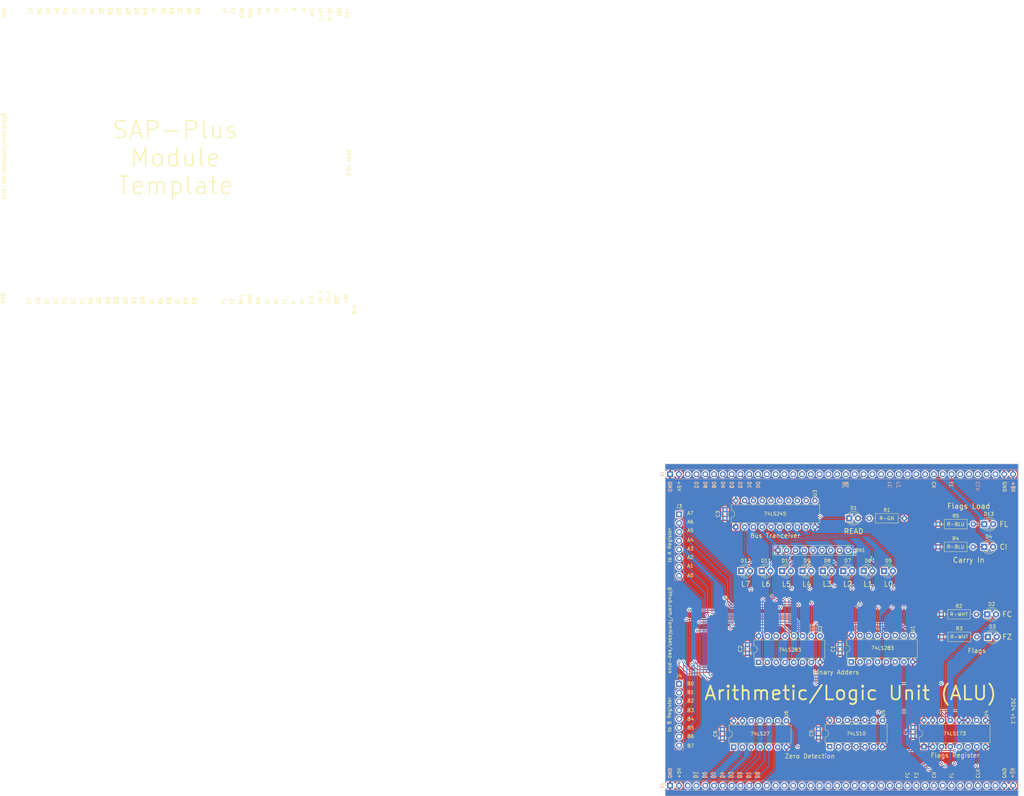
<source format=kicad_pcb>
(kicad_pcb (version 20240108) (generator "pcbnew") (generator_version "8.0")
  (title_block (title "SAP-Plus ALU") (date "2024-12-01") (rev "1.1") (company "github.com/TomNisbet/sap-plus"))
  (layers (0 "F.Cu" signal) (31 "B.Cu" signal) (34 "B.Paste" user) (35 "F.Paste" user) (36 "B.SilkS" user "B.Silkscreen") (37 "F.SilkS" user "F.Silkscreen") (38 "B.Mask" user) (39 "F.Mask" user) (44 "Edge.Cuts" user))
  (net 0 "")
  (net 1 "+5V")
  (net 2 "CLK")
  (net 3 "Net-(D1-A)")
  (net 4 "Net-(D2-K)")
  (net 5 "FL")
  (net 6 "Net-(D3-K)")
  (net 7 "Net-(D4-K)")
  (net 10 "FC")
  (net 11 "FZ")
  (net 13 "Net-(D6-K)")
  (net 14 "/L0")
  (net 15 "/L1")
  (net 16 "Net-(D7-K)")
  (net 17 "/L2")
  (net 18 "Net-(D8-K)")
  (net 20 "~{RL}")
  (net 21 "CX")
  (net 22 "D0")
  (net 23 "D1")
  (net 24 "D2")
  (net 25 "D3")
  (net 26 "D4")
  (net 27 "D5")
  (net 28 "D6")
  (net 29 "D7")
  (net 30 "GND")
  (net 31 "/L3")
  (net 33 "Net-(D9-K)")
  (net 34 "Net-(D10-K)")
  (net 35 "/L4")
  (net 36 "Net-(D11-K)")
  (net 37 "/L5")
  (net 38 "/L6")
  (net 39 "/L7")
  (net 46 "Net-(D12-K)")
  (net 47 "Net-(D5-K)")
  (net 84 "A1")
  (net 85 "A0")
  (net 86 "A7")
  (net 87 "A4")
  (net 88 "A3")
  (net 89 "A5")
  (net 90 "A6")
  (net 91 "A2")
  (net 92 "B0")
  (net 93 "B1")
  (net 94 "B5")
  (net 95 "B2")
  (net 96 "B4")
  (net 98 "B6")
  (net 99 "B7")
  (net 100 "B3")
  (net 101 "Net-(U1-C4)")
  (net 104 "Net-(U2-C4)")
  (net 105 "Net-(U4-D1)")
  (net 106 "Net-(U5-Pad13)")
  (net 107 "Net-(U5-Pad1)")
  (net 108 "Net-(U5-Pad2)")
  (net 109 "Net-(U4-E2)")
  (net 110 "Net-(U5-Pad10)")
  (net 111 "Net-(D13-K)")
  (footprint "LED_THT:LED_D3.0mm" (layer "F.Cu") (at 124.638571 74)
    (property "Reference" "D9")
    (property "Value" "L4")
  )
  (footprint "LED_THT:LED_D3.0mm" (layer "F.Cu") (at 118.745714 74)
    (property "Reference" "D10")
    (property "Value" "L5")
  )
  (footprint "LED_THT:LED_D3.0mm" (layer "F.Cu") (at 177.175 60.45)
    (property "Reference" "D13")
    (property "Value" "FL")
  )
  (footprint "Capacitor_THT:C_Disc_D3.0mm_W1.6mm_P2.50mm" (layer "F.Cu") (at 135.5 97.75 90)
    (property "Reference" "C1")
    (property "Value" "0.1uF")
  )
  (footprint "LED_THT:LED_D3.0mm" (layer "F.Cu") (at 130.531428 74)
    (property "Reference" "D8")
    (property "Value" "L3")
  )
  (footprint "Package_DIP:DIP-16_W7.62mm" (layer "F.Cu") (at 111.96 100.37 90)
    (property "Reference" "U2")
    (property "Value" "74LS283")
  )
  (footprint "Capacitor_THT:C_Disc_D3.0mm_W1.6mm_P2.50mm" (layer "F.Cu") (at 129.25 122.13 90)
    (property "Reference" "C5")
    (property "Value" "0.1uF")
  )
  (footprint "LED_THT:LED_D3.0mm" (layer "F.Cu") (at 112.852857 74)
    (property "Reference" "D11")
    (property "Value" "L6")
  )
  (footprint "Resistor_THT:R_Array_SIP9" (layer "F.Cu") (at 117.55 68)
    (property "Reference" "RN1")
    (property "Value" "R_Network08_US")
  )
  (footprint "LED_THT:LED_D3.0mm" (layer "F.Cu") (at 177.16 67)
    (property "Reference" "D4")
    (property "Value" "CI")
  )
  (footprint "LED_THT:LED_D3.0mm" (layer "F.Cu") (at 138.13 58.75)
    (property "Reference" "D1")
    (property "Value" "READ")
  )
  (footprint "Capacitor_THT:C_Disc_D3.0mm_W1.6mm_P2.50mm" (layer "F.Cu") (at 102.25 58.75 90)
    (property "Reference" "C3")
    (property "Value" "0.1uF")
  )
  (footprint "LED_THT:LED_D3.0mm" (layer "F.Cu") (at 178 86.5)
    (property "Reference" "D2")
    (property "Value" "FC")
  )
  (footprint "Package_DIP:DIP-14_W7.62mm" (layer "F.Cu") (at 104.76 124.88 90)
    (property "Reference" "U6")
    (property "Value" "74LS27")
  )
  (footprint "Package_DIP:DIP-14_W7.62mm" (layer "F.Cu") (at 132.51 124.75 90)
    (property "Reference" "U5")
    (property "Value" "74LS10")
  )
  (footprint "Capacitor_THT:C_Disc_D3.0mm_W1.6mm_P2.50mm" (layer "F.Cu") (at 101.5 122.25 90)
    (property "Reference" "C6")
    (property "Value" "0.1uF")
  )
  (footprint "Package_DIP:DIP-16_W7.62mm" (layer "F.Cu") (at 138.72 100.25 90)
    (property "Reference" "U1")
    (property "Value" "74LS283")
  )
  (footprint "Resistor_THT:R_Axial_DIN0207_L6.3mm_D2.5mm_P10.16mm_Horizontal" (layer "F.Cu") (at 164.84 93)
    (property "Reference" "R3")
    (property "Value" "R-WHT")
  )
  (footprint "Package_DIP:DIP-16_W7.62mm" (layer "F.Cu") (at 159.72 124.75 90)
    (property "Reference" "U4")
    (property "Value" "74LS173")
  )
  (footprint "Resistor_THT:R_Axial_DIN0207_L6.3mm_D2.5mm_P10.16mm_Horizontal" (layer "F.Cu") (at 143.92 58.75)
    (property "Reference" "R1")
    (property "Value" "R-GN")
  )
  (footprint "Resistor_THT:R_Axial_DIN0207_L6.3mm_D2.5mm_P10.16mm_Horizontal" (layer "F.Cu") (at 164.75 86.5)
    (property "Reference" "R2")
    (property "Value" "R-WHT")
  )
  (footprint "Resistor_THT:R_Axial_DIN0207_L6.3mm_D2.5mm_P10.16mm_Horizontal" (layer "F.Cu") (at 163.79 67)
    (property "Reference" "R4")
    (property "Value" "R-BLU")
  )
  (footprint "Package_DIP:DIP-20_W7.62mm" (layer "F.Cu") (at 105.39 61.25 90)
    (property "Reference" "U3")
    (property "Value" "74LS245")
  )
  (footprint "LED_THT:LED_D3.0mm" (layer "F.Cu") (at 136.424285 74)
    (property "Reference" "D7")
    (property "Value" "L2")
  )
  (footprint "Capacitor_THT:C_Disc_D3.0mm_W1.6mm_P2.50mm" (layer "F.Cu") (at 108.75 97.75 90)
    (property "Reference" "C2")
    (property "Value" "0.1uF")
  )
  (footprint "Resistor_THT:R_Axial_DIN0207_L6.3mm_D2.5mm_P10.16mm_Horizontal" (layer "F.Cu") (at 163.82 60.45)
    (property "Reference" "R5")
    (property "Value" "R-BLU")
  )
  (footprint "LED_THT:LED_D3.0mm" (layer "F.Cu") (at 142.317142 74)
    (property "Reference" "D6")
    (property "Value" "L1")
  )
  (footprint "Capacitor_THT:C_Disc_D3.0mm_W1.6mm_P2.50mm" (layer "F.Cu") (at 156.55 121.7 90)
    (property "Reference" "C4")
    (property "Value" "0.1uF")
  )
  (footprint "LED_THT:LED_D3.0mm" (layer "F.Cu") (at 178.21 93)
    (property "Reference" "D3")
    (property "Value" "FZ")
  )
  (footprint "LED_THT:LED_D3.0mm" (layer "F.Cu") (at 148.21 74)
    (property "Reference" "D5")
    (property "Value" "L0")
  )
  (footprint "LED_THT:LED_D3.0mm" (layer "F.Cu") (at 106.96 74)
    (property "Reference" "D12")
    (property "Value" "L7")
  )
  (footprint "Connector_PinHeader_2.54mm:PinHeader_1x40_P2.54mm_Vertical" (layer "B.Cu") (at 86.4 46 -90)
    (property "Reference" "J1")
    (property "Value" "Bus")
  )
  (footprint "Connector_PinHeader_2.54mm:PinHeader_1x08_P2.54mm_Vertical" (layer "B.Cu") (at 89 57.6 180)
    (property "Reference" "J3")
    (property "Value" "to A Register")
  )
  (footprint "Connector_PinHeader_2.54mm:PinHeader_1x40_P2.54mm_Vertical" (layer "B.Cu") (at 86.4 136 -90)
    (property "Reference" "J2")
    (property "Value" "Bus")
  )
  (footprint "Connector_PinHeader_2.54mm:PinHeader_1x08_P2.54mm_Vertical" (layer "B.Cu") (at 89 106.6 180)
    (property "Reference" "J4")
    (property "Value" "to B Register")
  )
  (gr_line (start 85 139) (end 85 43) (stroke (width 0.1)) (layer "Edge.Cuts"))
  (gr_line (start 85 43) (end 187 43) (stroke (width 0.1)) (layer "Edge.Cuts"))
  (gr_line (start 187 139) (end 85 139) (stroke (width 0.1)) (layer "Edge.Cuts"))
  (gr_line (start 187 43) (end 187 139) (stroke (width 0.1)) (layer "Edge.Cuts"))
  (gr_text "~{RL}" (at 137 48 90) (layer "B.SilkS") (effects (font (size 1 1)) (justify left mirror)))
  (gr_text "D7" (at 94 48 90) (layer "B.SilkS") (effects (font (size 1 1)) (justify left mirror)))
  (gr_text "D3" (at 104.2 48 90) (layer "B.SilkS") (effects (font (size 1 1)) (justify left mirror)))
  (gr_text "D2" (at 106.7 134 270) (layer "B.SilkS") (effects (font (size 1 1)) (justify left mirror)))
  (gr_text "D4" (at 101.7 134 270) (layer "B.SilkS") (effects (font (size 1 1)) (justify left mirror)))
  (gr_text "D1" (at 109.3 134 270) (layer "B.SilkS") (effects (font (size 1 1)) (justify left mirror)))
  (gr_text "D5" (at 99.1 48 90) (layer "B.SilkS") (effects (font (size 1 1)) (justify left mirror)))
  (gr_text "D6" (at 96.6 134 270) (layer "B.SilkS") (effects (font (size 1 1)) (justify left mirror)))
  (gr_text "+5V" (at 185.5 48 90) (layer "B.SilkS") (effects (font (size 1 1)) (justify left mirror)))
  (gr_text "D0" (at 111.8 48 90) (layer "B.SilkS") (effects (font (size 1 1)) (justify left mirror)))
  (gr_text "D0" (at 111.8 134 270) (layer "B.SilkS") (effects (font (size 1 1)) (justify left mirror)))
  (gr_text "CI" (at 162.6 134 270) (layer "B.SilkS") (effects (font (size 1 1)) (justify left mirror)))
  (gr_text "+5V" (at 185.5 134 270) (layer "B.SilkS") (effects (font (size 1 1)) (justify left mirror)))
  (gr_text "CI" (at 162.6 48 90) (layer "B.SilkS") (effects (font (size 1 1)) (justify left mirror)))
  (gr_text "FC" (at 149.9 48 90) (layer "B.SilkS") (effects (font (size 1 1)) (justify left mirror)))
  (gr_text "FZ" (at 152.4 48 90) (layer "B.SilkS") (effects (font (size 1 1)) (justify left mirror)))
  (gr_text "D4" (at 101.7 48 90) (layer "B.SilkS") (effects (font (size 1 1)) (justify left mirror)))
  (gr_text "GND" (at 86.4 48 90) (layer "B.SilkS") (effects (font (size 1 1)) (justify left mirror)))
  (gr_text "D7" (at 94 134 270) (layer "B.SilkS") (effects (font (size 1 1)) (justify left mirror)))
  (gr_text "FL" (at 167.7 48 90) (layer "B.SilkS") (effects (font (size 1 1)) (justify left mirror)))
  (gr_text "D5" (at 99.1 134 270) (layer "B.SilkS") (effects (font (size 1 1)) (justify left mirror)))
  (gr_text "CLK" (at 175.3 48 90) (layer "B.SilkS") (effects (font (size 1 1)) (justify left mirror)))
  (gr_text "D1" (at 109.3 48 90) (layer "B.SilkS") (effects (font (size 1 1)) (justify left mirror)))
  (gr_text "D2" (at 106.7 48 90) (layer "B.SilkS") (effects (font (size 1 1)) (justify left mirror)))
  (gr_text "D3" (at 104.2 134 270) (layer "B.SilkS") (effects (font (size 1 1)) (justify left mirror)))
  (gr_text "GND" (at 86.4 134 270) (layer "B.SilkS") (effects (font (size 1 1)) (justify left mirror)))
  (gr_text "D6" (at 96.6 48 90) (layer "B.SilkS") (effects (font (size 1 1)) (justify left mirror)))
  (gr_text "2024 v1.0" (at -6.4 -48 -90) (layer "F.SilkS") (effects (font (size 1 1)) (justify left)))
  (gr_text "MX0" (at -34.99 -3 90) (layer "F.SilkS") (effects (font (size 1 1)) (justify left)))
  (gr_text "~{WR}" (at -67.9 -89 270) (layer "F.SilkS") (effects (font (size 1 1)) (justify left)))
  (gr_text "FC" (at -42.59 -3 90) (layer "F.SilkS") (effects (font (size 1 1)) (justify left)))
  (gr_text "Flags" (at 175 97.75 0) (layer "F.SilkS") (effects (font (size 1.3 1.3) (thickness 0.17)) (justify bottom)))
  (gr_text "A7" (at 91.25 57.25 0) (layer "F.SilkS") (effects (font (size 1 1)) (justify left)))
  (gr_text "D7" (at 93.71 134 90) (layer "F.SilkS") (effects (font (size 1 1)) (justify left)))
  (gr_text "GND" (at -106.29 -3.3 90) (layer "F.SilkS") (effects (font (size 1 1)) (justify left)))
  (gr_text "A4" (at 91.25 65 0) (layer "F.SilkS") (effects (font (size 1 1)) (justify left)))
  (gr_text "~{WA}" (at -78.39 -3 90) (layer "F.SilkS") (effects (font (size 1 1)) (justify left)))
  (gr_text "~{RB}" (at -58.09 -3 90) (layer "F.SilkS") (effects (font (size 1 1)) (justify left)))
  (gr_text "+5V" (at -6.9 -89 270) (layer "F.SilkS") (effects (font (size 1 1)) (justify left)))
  (gr_text "MX0" (at -34.9 -89 270) (layer "F.SilkS") (effects (font (size 1 1)) (justify left)))
  (gr_text "B5" (at 91.25 119.25 0) (layer "F.SilkS") (effects (font (size 1 1)) (justify left)))
  (gr_text "B2" (at 91.25 111.5 0) (layer "F.SilkS") (effects (font (size 1 1)) (justify left)))
  (gr_text "Zero Detection" (at 126.75 128.25 0) (layer "F.SilkS") (effects (font (size 1.3 1.3) (thickness 0.17)) (justify bottom)))
  (gr_text "FZ" (at 157.6 134 90) (layer "F.SilkS") (effects (font (size 1 1)) (justify left)))
  (gr_text "${COMPANY}" (at 86.5 78.5 270) (layer "F.SilkS") (effects (font (size 1 1)) (justify left)))
  (gr_text "D0" (at -80.89 -3 90) (layer "F.SilkS") (effects (font (size 1 1)) (justify left)))
  (gr_text "~{RA}" (at -60.49 -3 90) (layer "F.SilkS") (effects (font (size 1 1)) (justify left)))
  (gr_text "A1" (at 91.25 72.5 0) (layer "F.SilkS") (effects (font (size 1 1)) (justify left)))
  (gr_text "CX" (at 162.6 48 270) (layer "F.SilkS") (effects (font (size 1 1)) (justify left)))
  (gr_text "D2" (at -85.99 -3 90) (layer "F.SilkS") (effects (font (size 1 1)) (justify left)))
  (gr_text "D5" (at -93.3 -89 270) (layer "F.SilkS") (effects (font (size 1 1)) (justify left)))
  (gr_text "PI" (at -19.6 -89 270) (layer "F.SilkS") (effects (font (size 1 1)) (justify left)))
  (gr_text "D3" (at -88.2 -89 270) (layer "F.SilkS") (effects (font (size 1 1)) (justify left)))
  (gr_text "GND" (at -106 -89 270) (layer "F.SilkS") (effects (font (size 1 1)) (justify left)))
  (gr_text "D0" (at -80.6 -89 270) (layer "F.SilkS") (effects (font (size 1 1)) (justify left)))
  (gr_text "Flags Load" (at 172.65 56.1 0) (layer "F.SilkS") (effects (font (size 1.5 1.5) (thickness 0.2)) (justify bottom)))
  (gr_text "~{WI}" (at -63.09 -3 90) (layer "F.SilkS") (effects (font (size 1 1)) (justify left)))
  (gr_text "+5V" (at 185.5 48 270) (layer "F.SilkS") (effects (font (size 1 1)) (justify left)))
  (gr_text "D0" (at 111.8 48 270) (layer "F.SilkS") (effects (font (size 1 1)) (justify left)))
  (gr_text "B7" (at 91.25 124.5 0) (layer "F.SilkS") (effects (font (size 1 1)) (justify left)))
  (gr_text "~{WB}" (at -75.79 -3 90) (layer "F.SilkS") (effects (font (size 1 1)) (justify left)))
  (gr_text "~{RST}" (at -9.5 -89 270) (layer "F.SilkS") (effects (font (size 1 1)) (justify left)))
  (gr_text "B4" (at 91.25 116.75 0) (layer "F.SilkS") (effects (font (size 1 1)) (justify left)))
  (gr_text "CI" (at -29.89 -3 90) (layer "F.SilkS") (effects (font (size 1 1)) (justify left)))
  (gr_text "PI" (at -19.69 -3 90) (layer "F.SilkS") (effects (font (size 1 1)) (justify left)))
  (gr_text "B1" (at 91.25 109 0) (layer "F.SilkS") (effects (font (size 1 1)) (justify left)))
  (gr_text "D7" (at -98.4 -89 270) (layer "F.SilkS") (effects (font (size 1 1)) (justify left)))
  (gr_text "FL" (at 167.6 48 270) (layer "F.SilkS") (effects (font (size 1 1)) (justify left)))
  (gr_text "D6" (at -96.09 -3 90) (layer "F.SilkS") (effects (font (size 1 1)) (justify left)))
  (gr_text "SAP-Plus\nModule\nTemplate" (at -56.5 -45.5 0) (layer "F.SilkS") (effects (font (size 5 5) (thickness 0.3))))
  (gr_text "D7" (at -98.69 -3 90) (layer "F.SilkS") (effects (font (size 1 1)) (justify left)))
  (gr_text "MA" (at -32.49 -3 90) (layer "F.SilkS") (effects (font (size 1 1)) (justify left)))
  (gr_text "D5" (at 99.1 48 270) (layer "F.SilkS") (effects (font (size 1 1)) (justify left)))
  (gr_text "~{RA}" (at -60.2 -89 270) (layer "F.SilkS") (effects (font (size 1 1)) (justify left)))
  (gr_text "Bus" (at -4.9 -1.5 90) (layer "F.SilkS") (effects (font (size 1 1))))
  (gr_text "D3" (at -88.49 -3 90) (layer "F.SilkS") (effects (font (size 1 1)) (justify left)))
  (gr_text "~{WM}" (at -65.69 -3 90) (layer "F.SilkS") (effects (font (size 1 1)) (justify left)))
  (gr_text "FC" (at 155 134 90) (layer "F.SilkS") (effects (font (size 1 1)) (justify left)))
  (gr_text "LD-C" (at -14.4 -89 270) (layer "F.SilkS") (effects (font (size 1 1)) (justify left)))
  (gr_text "CI" (at -29.8 -89 270) (layer "F.SilkS") (effects (font (size 1 1)) (justify left)))
  (gr_text "A5" (at 91.25 62.25 0) (layer "F.SilkS") (effects (font (size 1 1)) (justify left)))
  (gr_text "+5V" (at 89 47.8 270) (layer "F.SilkS") (effects (font (size 1 1)) (justify left)))
  (gr_text "A6" (at 91.25 59.75 0) (layer "F.SilkS") (effects (font (size 1 1)) (justify left)))
  (gr_text "D2" (at 106.41 134 90) (layer "F.SilkS") (effects (font (size 1 1)) (justify left)))
  (gr_text "B0" (at 91.25 106.5 0) (layer "F.SilkS") (effects (font (size 1 1)) (justify left)))
  (gr_text "D3" (at 104.2 48 270) (layer "F.SilkS") (effects (font (size 1 1)) (justify left)))
  (gr_text "~{RB}" (at -57.8 -89 270) (layer "F.SilkS") (effects (font (size 1 1)) (justify left)))
  (gr_text "CLK" (at -17.19 -3 90) (layer "F.SilkS") (effects (font (size 1 1)) (justify left)))
  (gr_text "+5V" (at 89 134 90) (layer "F.SilkS") (effects (font (size 1 1)) (justify left)))
  (gr_text "~{WR}" (at -68.19 -3 90) (layer "F.SilkS") (effects (font (size 1 1)) (justify left)))
  (gr_text "~{RL}" (at -55.4 -89 270) (layer "F.SilkS") (effects (font (size 1 1)) (justify left)))
  (gr_text "N" (at -22.2 -89 270) (layer "F.SilkS") (effects (font (size 1 1)) (justify left)))
  (gr_text "~{WP}" (at -70.4 -89 270) (layer "F.SilkS") (effects (font (size 1 1)) (justify left)))
  (gr_text "D4" (at 101.7 48 270) (layer "F.SilkS") (effects (font (size 1 1)) (justify left)))
  (gr_text "FZ" (at -40.09 -3 90) (layer "F.SilkS") (effects (font (size 1 1)) (justify left)))
  (gr_text "GND" (at 183 48 270) (layer "F.SilkS") (effects (font (size 1 1)) (justify left)))
  (gr_text "D1" (at 109.01 134 90) (layer "F.SilkS") (effects (font (size 1 1)) (justify left)))
  (gr_text "D2" (at -85.7 -89 270) (layer "F.SilkS") (effects (font (size 1 1)) (justify left)))
  (gr_text "CLK" (at -17.1 -89 270) (layer "F.SilkS") (effects (font (size 1 1)) (justify left)))
  (gr_text "D4" (at -90.7 -89 270) (layer "F.SilkS") (effects (font (size 1 1)) (justify left)))
  (gr_text "A3" (at 91.25 67.5 0) (layer "F.SilkS") (effects (font (size 1 1)) (justify left)))
  (gr_text "~{RR}" (at -50.4 -89 270) (layer "F.SilkS") (effects (font (size 1 1)) (justify left)))
  (gr_text "~{RR}" (at -50.69 -3 90) (layer "F.SilkS") (effects (font (size 1 1)) (justify left)))
  (gr_text "CX" (at 162.65 134 90) (layer "F.SilkS") (effects (font (size 1 1)) (justify left)))
  (gr_text "D6" (at 96.31 134 90) (layer "F.SilkS") (effects (font (size 1 1)) (justify left)))
  (gr_text "FL" (at -24.79 -3 90) (layer "F.SilkS") (effects (font (size 1 1)) (justify left)))
  (gr_text "~{WI}" (at -62.8 -89 270) (layer "F.SilkS") (effects (font (size 1 1)) (justify left)))
  (gr_text "D1" (at -83.1 -89 270) (layer "F.SilkS") (effects (font (size 1 1)) (justify left)))
  (gr_text "BI" (at -27.39 -3 90) (layer "F.SilkS") (effects (font (size 1 1)) (justify left)))
  (gr_text "2024 v${REVISION}" (at 185.5 110.500295 270) (layer "F.SilkS") (effects (font (size 1 1)) (justify left)))
  (gr_text "D2" (at 106.7 48 270) (layer "F.SilkS") (effects (font (size 1 1)) (justify left)))
  (gr_text "B6" (at 91.25 121.75 0) (layer "F.SilkS") (effects (font (size 1 1)) (justify left)))
  (gr_text "github.com/TomNisbet/sap-plus" (at -105.9 -58.5 270) (layer "F.SilkS") (effects (font (size 1 1)) (justify left)))
  (gr_text "N" (at -22.29 -3 90) (layer "F.SilkS") (effects (font (size 1 1)) (justify left)))
  (gr_text "~{WB}" (at -75.5 -89 270) (layer "F.SilkS") (effects (font (size 1 1)) (justify left)))
  (gr_text "GND" (at 183 134 90) (layer "F.SilkS") (effects (font (size 1 1)) (justify left)))
  (gr_text "Carry In" (at 172.65 71.7 0) (layer "F.SilkS") (effects (font (size 1.5 1.5) (thickness 0.2)) (justify bottom)))
  (gr_text "D5" (at 98.81 134 90) (layer "F.SilkS") (effects (font (size 1 1)) (justify left)))
  (gr_text "D1" (at 109.3 48 270) (layer "F.SilkS") (effects (font (size 1 1)) (justify left)))
  (gr_text "FL" (at -24.7 -89 270) (layer "F.SilkS") (effects (font (size 1 1)) (justify left)))
  (gr_text "FL" (at 167.75 134 90) (layer "F.SilkS") (effects (font (size 1 1)) (justify left)))
  (gr_text "D7" (at 94 48 270) (layer "F.SilkS") (effects (font (size 1 1)) (justify left)))
  (gr_text "~{WO}" (at -73 -89 270) (layer "F.SilkS") (effects (font (size 1 1)) (justify left)))
  (gr_text "B3" (at 91.25 114.25 0) (layer "F.SilkS") (effects (font (size 1 1)) (justify left)))
  (gr_text "Flags Register" (at 168.75 128 0) (layer "F.SilkS") (effects (font (size 1.3 1.3) (thickness 0.17)) (justify bottom)))
  (gr_text "D6" (at 96.6 48 270) (layer "F.SilkS") (effects (font (size 1 1)) (justify left)))
  (gr_text "MA" (at -32.4 -89 270) (layer "F.SilkS") (effects (font (size 1 1)) (justify left)))
  (gr_text "~{WO}" (at -73.29 -3 90) (layer "F.SilkS") (effects (font (size 1 1)) (justify left)))
  (gr_text "~{WP}" (at -70.69 -3 90) (layer "F.SilkS") (effects (font (size 1 1)) (justify left)))
  (gr_text "~{WA}" (at -78.1 -89 270) (layer "F.SilkS") (effects (font (size 1 1)) (justify left)))
  (gr_text "Arithmetic/Logic Unit (ALU)" (at 138.5 109.25 0) (layer "F.SilkS") (effects (font (size 4 4) (thickness 0.5))))
  (gr_text "~{RST}" (at -9.69 -3 90) (layer "F.SilkS") (effects (font (size 1 1)) (justify left)))
  (gr_text "GND" (at 86.4 134 90) (layer "F.SilkS") (effects (font (size 1 1)) (justify left)))
  (gr_text "~{RL}" (at -55.69 -3 90) (layer "F.SilkS") (effects (font (size 1 1)) (justify left)))
  (gr_text "LD-A" (at -12.19 -3 90) (layer "F.SilkS") (effects (font (size 1 1)) (justify left)))
  (gr_text "D1" (at -83.39 -3 90) (layer "F.SilkS") (effects (font (size 1 1)) (justify left)))
  (gr_text "D5" (at -93.59 -3 90) (layer "F.SilkS") (effects (font (size 1 1)) (justify left)))
  (gr_text "MX1" (at -37.4 -89 270) (layer "F.SilkS") (effects (font (size 1 1)) (justify left)))
  (gr_text "D4" (at 101.41 134 90) (layer "F.SilkS") (effects (font (size 1 1)) (justify left)))
  (gr_text "BI" (at -27.3 -89 270) (layer "F.SilkS") (effects (font (size 1 1)) (justify left)))
  (gr_text "A2" (at 91.25 70 0) (layer "F.SilkS") (effects (font (size 1 1)) (justify left)))
  (gr_text "D3" (at 103.91 134 90) (layer "F.SilkS") (effects (font (size 1 1)) (justify left)))
  (gr_text "FZ" (at -40 -89 270) (layer "F.SilkS") (effects (font (size 1 1)) (justify left)))
  (gr_text "D4" (at -90.99 -3 90) (layer "F.SilkS") (effects (font (size 1 1)) (justify left)))
  (gr_text "LD-A" (at -11.9 -89 270) (layer "F.SilkS") (effects (font (size 1 1)) (justify left)))
  (gr_text "+5V" (at 185.21 134 90) (layer "F.SilkS") (effects (font (size 1 1)) (justify left)))
  (gr_text "CLK" (at 175.35 134 90) (layer "F.SilkS") (effects (font (size 1 1)) (justify left)))
  (gr_text "D6" (at -95.8 -89 270) (layer "F.SilkS") (effects (font (size 1 1)) (justify left)))
  (gr_text "~{RP}" (at -52.9 -89 270) (layer "F.SilkS") (effects (font (size 1 1)) (justify left)))
  (gr_text "~{RL}" (at 137 48 270) (layer "F.SilkS") (effects (font (size 1 1)) (justify left)))
  (gr_text "FC" (at -42.5 -89 270) (layer "F.SilkS") (effects (font (size 1 1)) (justify left)))
  (gr_text "~{RP}" (at -53.19 -3 90) (layer "F.SilkS") (effects (font (size 1 1)) (justify left)))
  (gr_text "MX1" (at -37.49 -3 90) (layer "F.SilkS") (effects (font (size 1 1)) (justify left)))
  (gr_text "+5V" (at -7.19 -3 90) (layer "F.SilkS") (effects (font (size 1 1)) (justify left)))
  (gr_text "GND" (at 86.4 48 270) (layer "F.SilkS") (effects (font (size 1 1)) (justify left)))
  (gr_text "A0" (at 91.25 75.25 0) (layer "F.SilkS") (effects (font (size 1 1)) (justify left)))
  (gr_text "D0" (at 111.51 134 90) (layer "F.SilkS") (effects (font (size 1 1)) (justify left)))
  (gr_text "LD-C" (at -14.69 -3 90) (layer "F.SilkS") (effects (font (size 1 1)) (justify left)))
  (gr_text "Bus Tranceiver" (at 116.75 64.5 0) (layer "F.SilkS") (effects (font (size 1.3 1.3) (thickness 0.17)) (justify bottom)))
  (gr_text "Binary Adders" (at 134.25 104 0) (layer "F.SilkS") (effects (font (size 1.3 1.3) (thickness 0.17)) (justify bottom)))
  (gr_text "~{WM}" (at -65.4 -89 270) (layer "F.SilkS") (effects (font (size 1 1)) (justify left)))
  (segment (start 174.95 130.3) (end 174.95 130.95) (width 0.25) (layer "F.Cu") (net 2))
  (segment (start 175.3 131.3) (end 175.3 136) (width 0.25) (layer "F.Cu") (net 2))
  (segment (start 174.95 130.95) (end 175.3 131.3) (width 0.25) (layer "F.Cu") (net 2))
  (via (at 174.95 130.3) (size 0.8) (drill 0.4) (layers "F.Cu" "B.Cu") (net 2))
  (segment (start 174.96 129.1) (end 174.96 124.75) (width 0.25) (layer "B.Cu") (net 2))
  (segment (start 174.96 129.1) (end 174.96 130.29) (width 0.25) (layer "B.Cu") (net 2))
  (segment (start 174.96 130.29) (end 174.95 130.3) (width 0.25) (layer "B.Cu") (net 2))
  (segment (start 140.67 58.75) (end 143.92 58.75) (width 0.25) (layer "F.Cu") (net 3))
  (segment (start 174.91 86.5) (end 178 86.5) (width 0.25) (layer "F.Cu") (net 4))
  (segment (start 168.55 129.6) (end 167.68 130.47) (width 0.25) (layer "F.Cu") (net 5))
  (segment (start 168.525 125.875) (end 143.795 125.875) (width 0.25) (layer "F.Cu") (net 5))
  (segment (start 167.68 130.47) (end 167.68 136) (width 0.25) (layer "F.Cu") (net 5))
  (segment (start 137.59 124.75) (end 140.13 124.75) (width 0.25) (layer "F.Cu") (net 5))
  (segment (start 140.13 124.75) (end 142.67 124.75) (width 0.25) (layer "F.Cu") (net 5))
  (segment (start 143.795 125.875) (end 142.67 124.75) (width 0.25) (layer "F.Cu") (net 5))
  (segment (start 168.55 125.85) (end 168.525 125.875) (width 0.25) (layer "F.Cu") (net 5))
  (via (at 168.55 129.6) (size 0.8) (drill 0.4) (layers "F.Cu" "B.Cu") (net 5))
  (via (at 168.55 125.85) (size 0.8) (drill 0.4) (layers "F.Cu" "B.Cu") (net 5))
  (segment (start 167.68 46) (end 167.68 48.415) (width 0.25) (layer "B.Cu") (net 5))
  (segment (start 168.55 129.6) (end 168.55 125.85) (width 0.25) (layer "B.Cu") (net 5))
  (segment (start 167.68 48.415) (end 179.715 60.45) (width 0.25) (layer "B.Cu") (net 5))
  (segment (start 175 93) (end 178.21 93) (width 0.25) (layer "F.Cu") (net 6))
  (segment (start 173.95 67) (end 177.16 67) (width 0.25) (layer "F.Cu") (net 7))
  (segment (start 154.98 134.32) (end 154.98 136) (width 0.25) (layer "F.Cu") (net 10))
  (segment (start 164.8 129.6) (end 159.7 129.6) (width 0.25) (layer "F.Cu") (net 10))
  (segment (start 159.7 129.6) (end 154.98 134.32) (width 0.25) (layer "F.Cu") (net 10))
  (via (at 164.8 129.6) (size 0.8) (drill 0.4) (layers "F.Cu" "B.Cu") (net 10))
  (segment (start 174.375 91.875) (end 165.925 100.325) (width 0.25) (layer "B.Cu") (net 10))
  (segment (start 165.925 100.325) (end 165.925 123.625) (width 0.25) (layer "B.Cu") (net 10))
  (segment (start 180.54 86.5) (end 175.165 91.875) (width 0.25) (layer "B.Cu") (net 10))
  (segment (start 165.925 123.625) (end 164.8 124.75) (width 0.25) (layer "B.Cu") (net 10))
  (segment (start 164.8 129.6) (end 164.8 124.75) (width 0.25) (layer "B.Cu") (net 10))
  (segment (start 175.165 91.875) (end 174.375 91.875) (width 0.25) (layer "B.Cu") (net 10))
  (segment (start 165.775 130.325) (end 160.025 130.325) (width 0.25) (layer "F.Cu") (net 11))
  (segment (start 165.8 130.3) (end 165.775 130.325) (width 0.25) (layer "F.Cu") (net 11))
  (segment (start 157.52 132.83) (end 157.52 136) (width 0.25) (layer "F.Cu") (net 11))
  (segment (start 160.025 130.325) (end 157.52 132.83) (width 0.25) (layer "F.Cu") (net 11))
  (via (at 165.8 130.3) (size 0.8) (drill 0.4) (layers "F.Cu" "B.Cu") (net 11))
  (segment (start 168.75 123.34) (end 167.34 124.75) (width 0.25) (layer "B.Cu") (net 11))
  (segment (start 167.34 129.16) (end 167.34 124.75) (width 0.25) (layer "B.Cu") (net 11))
  (segment (start 168.75 105) (end 168.75 123.34) (width 0.25) (layer "B.Cu") (net 11))
  (segment (start 165.8 130.3) (end 166.2 130.3) (width 0.25) (layer "B.Cu") (net 11))
  (segment (start 166.2 130.3) (end 167.34 129.16) (width 0.25) (layer "B.Cu") (net 11))
  (segment (start 180.75 93) (end 168.75 105) (width 0.25) (layer "B.Cu") (net 11))
  (segment (start 141 69) (end 142.317142 70.317142) (width 0.25) (layer "F.Cu") (net 13))
  (segment (start 136.455 69.125) (end 140.875 69.125) (width 0.25) (layer "F.Cu") (net 13))
  (segment (start 140.875 69.125) (end 141 69) (width 0.25) (layer "F.Cu") (net 13))
  (segment (start 135.33 68) (end 136.455 69.125) (width 0.25) (layer "F.Cu") (net 13))
  (segment (start 142.317142 70.317142) (end 142.317142 74) (width 0.25) (layer "F.Cu") (net 13))
  (segment (start 150.75 84.25) (end 150.75 79) (width 0.25) (layer "F.Cu") (net 14))
  (segment (start 150.5 84.5) (end 150.75 84.25) (width 0.25) (layer "F.Cu") (net 14))
  (via (at 150.75 79) (size 0.8) (drill 0.4) (layers "F.Cu" "B.Cu") (net 14))
  (via (at 150.5 84.5) (size 0.8) (drill 0.4) (layers "F.Cu" "B.Cu") (net 14))
  (segment (start 150.75 70.25) (end 150.75 74) (width 0.25) (layer "B.Cu") (net 14))
  (segment (start 125.71 61.71) (end 127.5 63.5) (width 0.25) (layer "B.Cu") (net 14))
  (segment (start 127.5 63.5) (end 144 63.5) (width 0.25) (layer "B.Cu") (net 14))
  (segment (start 150.75 79) (end 150.75 74) (width 0.25) (layer "B.Cu") (net 14))
  (segment (start 125.71 61.25) (end 125.71 61.71) (width 0.25) (layer "B.Cu") (net 14))
  (segment (start 147.75 98.84) (end 146.34 100.25) (width 0.25) (layer "B.Cu") (net 14))
  (segment (start 150.5 84.5) (end 147.75 87.25) (width 0.25) (layer "B.Cu") (net 14))
  (segment (start 144 63.5) (end 150.75 70.25) (width 0.25) (layer "B.Cu") (net 14))
  (segment (start 147.75 87.25) (end 147.75 98.84) (width 0.25) (layer "B.Cu") (net 14))
  (segment (start 141.25 83.5) (end 141.25 82.582142) (width 0.25) (layer "F.Cu") (net 15))
  (segment (start 141.25 82.582142) (end 144.857142 78.975) (width 0.25) (layer "F.Cu") (net 15))
  (via (at 141.25 83.5) (size 0.8) (drill 0.4) (layers "F.Cu" "B.Cu") (net 15))
  (via (at 144.857142 78.975) (size 0.8) (drill 0.4) (layers "F.Cu" "B.Cu") (net 15))
  (segment (start 125.45 63.95) (end 140.95 63.95) (width 0.25) (layer "B.Cu") (net 15))
  (segment (start 144.857142 78.975) (end 144.857142 74) (width 0.25) (layer "B.Cu") (net 15))
  (segment (start 123.17 61.25) (end 123.17 61.67) (width 0.25) (layer "B.Cu") (net 15))
  (segment (start 144.857142 67.857142) (end 144.857142 74) (width 0.25) (layer "B.Cu") (net 15))
  (segment (start 141.25 83.5) (end 140 84.75) (width 0.25) (layer "B.Cu") (net 15))
  (segment (start 140 84.75) (end 140 100.02) (width 0.25) (layer "B.Cu") (net 15))
  (segment (start 123.17 61.67) (end 125.45 63.95) (width 0.25) (layer "B.Cu") (net 15))
  (segment (start 140 100.02) (end 139.77 100.25) (width 0.25) (layer "B.Cu") (net 15))
  (segment (start 139.77 100.25) (end 138.72 100.25) (width 0.25) (layer "B.Cu") (net 15))
  (segment (start 140.95 63.95) (end 144.857142 67.857142) (width 0.25) (layer "B.Cu") (net 15))
  (segment (start 132.79 68) (end 132.79 70.365715) (width 0.25) (layer "F.Cu") (net 16))
  (segment (start 132.79 70.365715) (end 136.424285 74) (width 0.25) (layer "F.Cu") (net 16))
  (segment (start 140.75 84.5) (end 146.5 84.5) (width 0.25) (layer "F.Cu") (net 17))
  (segment (start 138.964285 82.714285) (end 140.75 84.5) (width 0.25) (layer "F.Cu") (net 17))
  (segment (start 138.964285 79) (end 138.964285 82.714285) (width 0.25) (layer "F.Cu") (net 17))
  (via (at 146.5 84.5) (size 0.8) (drill 0.4) (layers "F.Cu" "B.Cu") (net 17))
  (via (at 138.964285 79) (size 0.8) (drill 0.4) (layers "F.Cu" "B.Cu") (net 17))
  (segment (start 138.964285 79) (end 138.964285 74) (width 0.25) (layer "B.Cu") (net 17))
  (segment (start 146.34 84.66) (end 146.5 84.5) (width 0.25) (layer "B.Cu") (net 17))
  (segment (start 123.15 64.4) (end 137.4 64.4) (width 0.25) (layer "B.Cu") (net 17))
  (segment (start 120.63 61.25) (end 120.63 61.88) (width 0.25) (layer "B.Cu") (net 17))
  (segment (start 137.4 64.4) (end 139.75 66.75) (width 0.25) (layer "B.Cu") (net 17))
  (segment (start 120.63 61.88) (end 123.15 64.4) (width 0.25) (layer "B.Cu") (net 17))
  (segment (start 139.75 66.75) (end 139.75 73.214285) (width 0.25) (layer "B.Cu") (net 17))
  (segment (start 146.34 92.63) (end 146.34 84.66) (width 0.25) (layer "B.Cu") (net 17))
  (segment (start 139.75 73.214285) (end 138.964285 74) (width 0.25) (layer "B.Cu") (net 17))
  (segment (start 130.25 73.718572) (end 130.531428 74) (width 0.25) (layer "F.Cu") (net 18))
  (segment (start 130.25 68) (end 130.25 73.718572) (width 0.25) (layer "F.Cu") (net 18))
  (segment (start 107.93 53.63) (end 112.55 58.25) (width 0.25) (layer "F.Cu") (net 20))
  (segment (start 112.55 58.25) (end 129.75 58.25) (width 0.25) (layer "F.Cu") (net 20))
  (segment (start 138.13 50.15) (end 142.28 46) (width 0.25) (layer "F.Cu") (net 20))
  (segment (start 138.13 58.75) (end 138.13 50.15) (width 0.25) (layer "F.Cu") (net 20))
  (via (at 129.75 58.25) (size 0.8) (drill 0.4) (layers "F.Cu" "B.Cu") (net 20))
  (segment (start 130.25 58.75) (end 138.13 58.75) (width 0.25) (layer "B.Cu") (net 20))
  (segment (start 129.75 58.25) (end 130.25 58.75) (width 0.25) (layer "B.Cu") (net 20))
  (segment (start 161.15 131.35) (end 162.6 132.8) (width 0.25) (layer "F.Cu") (net 21))
  (segment (start 162.6 132.8) (end 162.6 136) (width 0.25) (layer "F.Cu") (net 21))
  (via (at 161.15 131.35) (size 0.8) (drill 0.4) (layers "F.Cu" "B.Cu") (net 21))
  (segment (start 153.96 124.16) (end 153.96 100.25) (width 0.25) (layer "B.Cu") (net 21))
  (segment (start 162.6 46) (end 175.105 58.505) (width 0.25) (layer "B.Cu") (net 21))
  (segment (start 175.105 62.405) (end 179.7 67) (width 0.25) (layer "B.Cu") (net 21))
  (segment (start 161.15 131.35) (end 153.96 124.16) (width 0.25) (layer "B.Cu") (net 21))
  (segment (start 175.105 58.505) (end 175.105 62.405) (width 0.25) (layer "B.Cu") (net 21))
  (segment (start 128.25 53.25) (end 128.25 53.63) (width 0.25) (layer "F.Cu") (net 22))
  (segment (start 124 49) (end 128.25 53.25) (width 0.25) (layer "F.Cu") (net 22))
  (segment (start 111.8 46) (end 114.8 49) (width 0.25) (layer "F.Cu") (net 22))
  (segment (start 114.8 49) (end 124 49) (width 0.25) (layer "F.Cu") (net 22))
  (segment (start 116.335 118.385) (end 117.46 117.26) (width 0.25) (layer "B.Cu") (net 22))
  (segment (start 116.335 131.465) (end 116.335 118.385) (width 0.25) (layer "B.Cu") (net 22))
  (segment (start 111.8 136) (end 116.335 131.465) (width 0.25) (layer "B.Cu") (net 22))
  (segment (start 109.26 46) (end 112.76 49.5) (width 0.25) (layer "F.Cu") (net 23))
  (segment (start 125.71 53.42) (end 125.71 53.63) (width 0.25) (layer "F.Cu") (net 23))
  (segment (start 112.76 49.5) (end 121.79 49.5) (width 0.25) (layer "F.Cu") (net 23))
  (segment (start 121.79 49.5) (end 125.71 53.42) (width 0.25) (layer "F.Cu") (net 23))
  (segment (start 109.26 136) (end 114.92 130.34) (width 0.25) (layer "B.Cu") (net 23))
  (segment (start 114.92 130.34) (end 114.92 124.88) (width 0.25) (layer "B.Cu") (net 23))
  (segment (start 123.17 53.15) (end 123.17 53.63) (width 0.25) (layer "F.Cu") (net 24))
  (segment (start 110.67 49.95) (end 119.97 49.95) (width 0.25) (layer "F.Cu") (net 24))
  (segment (start 106.72 46) (end 110.67 49.95) (width 0.25) (layer "F.Cu") (net 24))
  (segment (start 119.97 49.95) (end 123.17 53.15) (width 0.25) (layer "F.Cu") (net 24))
  (segment (start 106.72 136) (end 113.75 128.97) (width 0.25) (layer "B.Cu") (net 24))
  (segment (start 113.75 128.97) (end 113.75 126.25) (width 0.25) (layer "B.Cu") (net 24))
  (segment (start 113.75 126.47) (end 113.75 118.43) (width 0.25) (layer "B.Cu") (net 24))
  (segment (start 113.75 118.43) (end 114.92 117.26) (width 0.25) (layer "B.Cu") (net 24))
  (segment (start 108.58 50.4) (end 118.15 50.4) (width 0.25) (layer "F.Cu") (net 25))
  (segment (start 120.63 52.88) (end 120.63 53.63) (width 0.25) (layer "F.Cu") (net 25))
  (segment (start 118.15 50.4) (end 120.63 52.88) (width 0.25) (layer "F.Cu") (net 25))
  (segment (start 104.18 46) (end 108.58 50.4) (width 0.25) (layer "F.Cu") (net 25))
  (segment (start 112.38 127.8) (end 112.38 124.88) (width 0.25) (layer "B.Cu") (net 25))
  (segment (start 112.38 125.3) (end 112.38 124.88) (width 0.25) (layer "B.Cu") (net 25))
  (segment (start 104.18 136) (end 112.38 127.8) (width 0.25) (layer "B.Cu") (net 25))
  (segment (start 116.1 50.85) (end 118.09 52.84) (width 0.25) (layer "F.Cu") (net 26))
  (segment (start 106.35 50.85) (end 116.1 50.85) (width 0.25) (layer "F.Cu") (net 26))
  (segment (start 101.64 46.14) (end 106.35 50.85) (width 0.25) (layer "F.Cu") (net 26))
  (segment (start 118.09 52.84) (end 118.09 53.63) (width 0.25) (layer "F.Cu") (net 26))
  (segment (start 101.64 46) (end 101.64 46.14) (width 0.25) (layer "F.Cu") (net 26))
  (segment (start 101.64 136) (end 102.815 134.825) (width 0.25) (layer "B.Cu") (net 26))
  (segment (start 103.985991 134.825) (end 111.25 127.560991) (width 0.25) (layer "B.Cu") (net 26))
  (segment (start 102.815 134.825) (end 103.985991 134.825) (width 0.25) (layer "B.Cu") (net 26))
  (segment (start 111.25 118.39) (end 112.38 117.26) (width 0.25) (layer "B.Cu") (net 26))
  (segment (start 111.25 127.560991) (end 111.25 125) (width 0.25) (layer "B.Cu") (net 26))
  (segment (start 111.25 125.060991) (end 111.25 118.39) (width 0.25) (layer "B.Cu") (net 26))
  (segment (start 99.25 46) (end 104.55 51.3) (width 0.25) (layer "F.Cu") (net 27))
  (segment (start 99.1 46) (end 99.25 46) (width 0.25) (layer "F.Cu") (net 27))
  (segment (start 104.55 51.3) (end 114.135 51.3) (width 0.25) (layer "F.Cu") (net 27))
  (segment (start 114.135 51.3) (end 115.55 52.715) (width 0.25) (layer "F.Cu") (net 27))
  (segment (start 115.55 52.715) (end 115.55 53.63) (width 0.25) (layer "F.Cu") (net 27))
  (segment (start 109.84 127.38) (end 109.84 124.88) (width 0.25) (layer "B.Cu") (net 27))
  (segment (start 109.84 125.3) (end 109.84 124.88) (width 0.25) (layer "B.Cu") (net 27))
  (segment (start 99.1 136) (end 100.725 134.375) (width 0.25) (layer "B.Cu") (net 27))
  (segment (start 100.725 134.375) (end 102.845 134.375) (width 0.25) (layer "B.Cu") (net 27))
  (segment (start 102.845 134.375) (end 109.84 127.38) (width 0.25) (layer "B.Cu") (net 27))
  (segment (start 99.5 49) (end 102.25 51.75) (width 0.25) (layer "F.Cu") (net 28))
  (segment (start 96.56 46) (end 99.5 48.94) (width 0.25) (layer "F.Cu") (net 28))
  (segment (start 99.5 48.94) (end 99.5 49) (width 0.25) (layer "F.Cu") (net 28))
  (segment (start 111.75 51.75) (end 113.01 53.01) (width 0.25) (layer "F.Cu") (net 28))
  (segment (start 102.25 51.75) (end 111.75 51.75) (width 0.25) (layer "F.Cu") (net 28))
  (segment (start 113.01 53.01) (end 113.01 53.63) (width 0.25) (layer "F.Cu") (net 28))
  (segment (start 98.635 133.925) (end 100.755 133.925) (width 0.25) (layer "B.Cu") (net 28))
  (segment (start 96.56 136) (end 98.635 133.925) (width 0.25) (layer "B.Cu") (net 28))
  (segment (start 100.755 133.925) (end 107.3 127.38) (width 0.25) (layer "B.Cu") (net 28))
  (segment (start 107.3 127.38) (end 107.3 124.88) (width 0.25) (layer "B.Cu") (net 28))
  (segment (start 100.27 52.25) (end 109.795 52.25) (width 0.25) (layer "F.Cu") (net 29))
  (segment (start 109.795 52.25) (end 110.47 52.925) (width 0.25) (layer "F.Cu") (net 29))
  (segment (start 94.02 46) (end 100.27 52.25) (width 0.25) (layer "F.Cu") (net 29))
  (segment (start 110.47 52.925) (end 110.47 53.63) (width 0.25) (layer "F.Cu") (net 29))
  (segment (start 94.51 136) (end 104.76 125.75) (width 0.25) (layer "B.Cu") (net 29))
  (segment (start 104.76 125.75) (end 104.76 124.88) (width 0.25) (layer "B.Cu") (net 29))
  (segment (start 94.02 136) (end 94.51 136) (width 0.25) (layer "B.Cu") (net 29))
  (segment (start 153.96 80.96) (end 151.25 78.25) (width 0.25) (layer "F.Cu") (net 31))
  (segment (start 153.96 84.5) (end 153.96 80.96) (width 0.25) (layer "F.Cu") (net 31))
  (segment (start 151.25 78.25) (end 133.75 78.25) (width 0.25) (layer "F.Cu") (net 31))
  (via (at 153.96 84.5) (size 0.8) (drill 0.4) (layers "F.Cu" "B.Cu") (net 31))
  (via (at 133.75 78.25) (size 0.8) (drill 0.4) (layers "F.Cu" "B.Cu") (net 31))
  (segment (start 133.75 78.25) (end 133.071428 77.571428) (width 0.25) (layer "B.Cu") (net 31))
  (segment (start 121.6 64.85) (end 132.35 64.85) (width 0.25) (layer "B.Cu") (net 31))
  (segment (start 132.35 64.85) (end 134 66.5) (width 0.25) (layer "B.Cu") (net 31))
  (segment (start 133.071428 77.571428) (end 133.071428 74) (width 0.25) (layer "B.Cu") (net 31))
  (segment (start 119.375 62.625) (end 121.6 64.85) (width 0.25) (layer "B.Cu") (net 31))
  (segment (start 153.96 84.5) (end 153.96 92.63) (width 0.25) (layer "B.Cu") (net 31))
  (segment (start 134 66.5) (end 134 73.071428) (width 0.25) (layer "B.Cu") (net 31))
  (segment (start 134 73.071428) (end 133.071428 74) (width 0.25) (layer "B.Cu") (net 31))
  (segment (start 118.09 61.25) (end 119.375 62.535) (width 0.25) (layer "B.Cu") (net 31))
  (segment (start 119.375 62.535) (end 119.375 62.625) (width 0.25) (layer "B.Cu") (net 31))
  (segment (start 127.71 70.928571) (end 124.638571 74) (width 0.25) (layer "F.Cu") (net 33))
  (segment (start 127.71 68) (end 127.71 70.928571) (width 0.25) (layer "F.Cu") (net 33))
  (segment (start 119.17 74) (end 118.745714 74) (width 0.25) (layer "F.Cu") (net 34))
  (segment (start 125.17 68) (end 119.17 74) (width 0.25) (layer "F.Cu") (net 34))
  (segment (start 121.5 82.25) (end 124.75 79) (width 0.25) (layer "F.Cu") (net 35))
  (segment (start 124.75 79) (end 126.75 79) (width 0.25) (layer "F.Cu") (net 35))
  (segment (start 120.75 82.25) (end 121.5 82.25) (width 0.25) (layer "F.Cu") (net 35))
  (via (at 126.75 79) (size 0.8) (drill 0.4) (layers "F.Cu" "B.Cu") (net 35))
  (via (at 120.75 82.25) (size 0.8) (drill 0.4) (layers "F.Cu" "B.Cu") (net 35))
  (segment (start 124.3 65.3) (end 126.5 67.5) (width 0.25) (layer "B.Cu") (net 35))
  (segment (start 115.55 62.436396) (end 118.413604 65.3) (width 0.25) (layer "B.Cu") (net 35))
  (segment (start 115.55 61.25) (end 115.55 62.436396) (width 0.25) (layer "B.Cu") (net 35))
  (segment (start 120.75 82.25) (end 120.75 99.2) (width 0.25) (layer "B.Cu") (net 35))
  (segment (start 126.5 67.5) (end 126.5 73.321429) (width 0.25) (layer "B.Cu") (net 35))
  (segment (start 118.413604 65.3) (end 124.3 65.3) (width 0.25) (layer "B.Cu") (net 35))
  (segment (start 126.5 73.321429) (end 127.178571 74) (width 0.25) (layer "B.Cu") (net 35))
  (segment (start 127.178571 74) (end 127.178571 78.571429) (width 0.25) (layer "B.Cu") (net 35))
  (segment (start 127.178571 78.571429) (end 126.75 79) (width 0.25) (layer "B.Cu") (net 35))
  (segment (start 120.75 99.2) (end 119.58 100.37) (width 0.25) (layer "B.Cu") (net 35))
  (segment (start 114.602857 72.25) (end 112.852857 74) (width 0.25) (layer "F.Cu") (net 36))
  (segment (start 118.38 72.25) (end 114.602857 72.25) (width 0.25) (layer "F.Cu") (net 36))
  (segment (start 122.63 68) (end 118.38 72.25) (width 0.25) (layer "F.Cu") (net 36))
  (segment (start 114.75 82.25) (end 118 79) (width 0.25) (layer "F.Cu") (net 37))
  (segment (start 113.25 82.25) (end 114.75 82.25) (width 0.25) (layer "F.Cu") (net 37))
  (segment (start 118 79) (end 121.5 79) (width 0.25) (layer "F.Cu") (net 37))
  (via (at 113.25 82.25) (size 0.8) (drill 0.4) (layers "F.Cu" "B.Cu") (net 37))
  (via (at 121.5 79) (size 0.8) (drill 0.4) (layers "F.Cu" "B.Cu") (net 37))
  (segment (start 113.01 61.25) (end 117.51 65.75) (width 0.25) (layer "B.Cu") (net 37))
  (segment (start 113.085 82.415) (end 113.085 99.245) (width 0.25) (layer "B.Cu") (net 37))
  (segment (start 121.285714 67.035714) (end 121.285714 74) (width 0.25) (layer "B.Cu") (net 37))
  (segment (start 121.285714 74) (end 121.285714 78.785714) (width 0.25) (layer "B.Cu") (net 37))
  (segment (start 121.285714 78.785714) (end 121.5 79) (width 0.25) (layer "B.Cu") (net 37))
  (segment (start 113.25 82.25) (end 113.085 82.415) (width 0.25) (layer "B.Cu") (net 37))
  (segment (start 117.51 65.75) (end 120 65.75) (width 0.25) (layer "B.Cu") (net 37))
  (segment (start 120 65.75) (end 121.285714 67.035714) (width 0.25) (layer "B.Cu") (net 37))
  (segment (start 113.085 99.245) (end 111.96 100.37) (width 0.25) (layer "B.Cu") (net 37))
  (segment (start 116.75 82.25) (end 119.5 82.25) (width 0.25) (layer "F.Cu") (net 38))
  (via (at 116.75 82.25) (size 0.8) (drill 0.4) (layers "F.Cu" "B.Cu") (net 38))
  (via (at 119.5 82.25) (size 0.8) (drill 0.4) (layers "F.Cu" "B.Cu") (net 38))
  (segment (start 119.5 82.25) (end 119.58 82.33) (width 0.25) (layer "B.Cu") (net 38))
  (segment (start 115.392857 80.892857) (end 115.392857 74) (width 0.25) (layer "B.Cu") (net 38))
  (segment (start 110.47 61.25) (end 115.392857 66.172857) (width 0.25) (layer "B.Cu") (net 38))
  (segment (start 116.75 82.25) (end 115.392857 80.892857) (width 0.25) (layer "B.Cu") (net 38))
  (segment (start 115.392857 66.172857) (end 115.392857 74) (width 0.25) (layer "B.Cu") (net 38))
  (segment (start 119.58 82.33) (end 119.58 92.75) (width 0.25) (layer "B.Cu") (net 38))
  (segment (start 110.725 82.975) (end 126.975 82.975) (width 0.25) (layer "F.Cu") (net 39))
  (segment (start 126.975 82.975) (end 127.25 83.25) (width 0.25) (layer "F.Cu") (net 39))
  (segment (start 109.75 79.25) (end 109.75 82) (width 0.25) (layer "F.Cu") (net 39))
  (segment (start 109.75 82) (end 110.725 82.975) (width 0.25) (layer "F.Cu") (net 39))
  (via (at 127.25 83.25) (size 0.8) (drill 0.4) (layers "F.Cu" "B.Cu") (net 39))
  (via (at 109.75 79.25) (size 0.8) (drill 0.4) (layers "F.Cu" "B.Cu") (net 39))
  (segment (start 109.5 74) (end 109.5 79) (width 0.25) (layer "B.Cu") (net 39))
  (segment (start 127.2 83.3) (end 127.25 83.25) (width 0.25) (layer "B.Cu") (net 39))
  (segment (start 107.93 61.25) (end 107.93 68.93) (width 0.25) (layer "B.Cu") (net 39))
  (segment (start 109.5 70.5) (end 109.5 74) (width 0.25) (layer "B.Cu") (net 39))
  (segment (start 127.2 92.75) (end 127.2 83.3) (width 0.25) (layer "B.Cu") (net 39))
  (segment (start 109.5 79) (end 109.75 79.25) (width 0.25) (layer "B.Cu") (net 39))
  (segment (start 107.93 68.93) (end 109.5 70.5) (width 0.25) (layer "B.Cu") (net 39))
  (segment (start 120.09 68) (end 116.59 71.5) (width 0.25) (layer "F.Cu") (net 46))
  (segment (start 109.46 71.5) (end 106.96 74) (width 0.25) (layer "F.Cu") (net 46))
  (segment (start 116.59 71.5) (end 109.46 71.5) (width 0.25) (layer "F.Cu") (net 46))
  (segment (start 142.21 68) (end 148.21 74) (width 0.25) (layer "F.Cu") (net 47))
  (segment (start 137.87 68) (end 142.21 68) (width 0.25) (layer "F.Cu") (net 47))
  (segment (start 98 104) (end 140.05 104) (width 0.25) (layer "F.Cu") (net 84))
  (segment (start 140.05 104) (end 143.8 100.25) (width 0.25) (layer "F.Cu") (net 84))
  (via (at 98 104) (size 0.8) (drill 0.4) (layers "F.Cu" "B.Cu") (net 84))
  (segment (start 98 104) (end 96.5 102.5) (width 0.25) (layer "B.Cu") (net 84))
  (segment (start 96.5 102.5) (end 96.5 80.34) (width 0.25) (layer "B.Cu") (net 84))
  (segment (start 96.5 80.34) (end 89 72.84) (width 0.25) (layer "B.Cu") (net 84))
  (segment (start 97.256326 104.993674) (end 97.262652 105) (width 0.25) (layer "F.Cu") (net 85))
  (segment (start 97.262652 105) (end 144.13 105) (width 0.25) (layer "F.Cu") (net 85))
  (segment (start 144.13 105) (end 148.88 100.25) (width 0.25) (layer "F.Cu") (net 85))
  (via (at 97.256326 104.993674) (size 0.8) (drill 0.4) (layers "F.Cu" "B.Cu") (net 85))
  (segment (start 96 82.38) (end 89 75.38) (width 0.25) (layer "B.Cu") (net 85))
  (segment (start 97.256326 104.993674) (end 96 103.737348) (width 0.25) (layer "B.Cu") (net 85))
  (segment (start 96 103.737348) (end 96 82.38) (width 0.25) (layer "B.Cu") (net 85))
  (segment (start 118.87 89.5) (end 122.12 92.75) (width 0.25) (layer "F.Cu") (net 86))
  (segment (start 104.5 89.5) (end 118.87 89.5) (width 0.25) (layer "F.Cu") (net 86))
  (segment (start 104.475 89.475) (end 104.5 89.5) (width 0.25) (layer "F.Cu") (net 86))
  (via (at 104.475 89.475) (size 0.8) (drill 0.4) (layers "F.Cu" "B.Cu") (net 86))
  (segment (start 104.25 89.25) (end 104.25 75.25) (width 0.25) (layer "B.Cu") (net 86))
  (segment (start 90.175 58.775) (end 89 57.6) (width 0.25) (layer "B.Cu") (net 86))
  (segment (start 90.175 61.175) (end 90.175 58.775) (width 0.25) (layer "B.Cu") (net 86))
  (segment (start 104.25 75.25) (end 90.175 61.175) (width 0.25) (layer "B.Cu") (net 86))
  (segment (start 104.475 89.475) (end 104.25 89.25) (width 0.25) (layer "B.Cu") (net 86))
  (segment (start 104.25 83.75) (end 123.5 83.75) (width 0.25) (layer "F.Cu") (net 87))
  (segment (start 102.25 81.75) (end 104.25 83.75) (width 0.25) (layer "F.Cu") (net 87))
  (via (at 102.25 81.75) (size 0.8) (drill 0.4) (layers "F.Cu" "B.Cu") (net 87))
  (via (at 123.5 83.75) (size 0.8) (drill 0.4) (layers "F.Cu" "B.Cu") (net 87))
  (segment (start 102.25 78.47) (end 89 65.22) (width 0.25) (layer "B.Cu") (net 87))
  (segment (start 123.5 97) (end 122.12 98.38) (width 0.25) (layer "B.Cu") (net 87))
  (segment (start 123.5 83.75) (end 123.5 97) (width 0.25) (layer "B.Cu") (net 87))
  (segment (start 102.25 81.75) (end 102.25 78.47) (width 0.25) (layer "B.Cu") (net 87))
  (segment (start 122.12 98.38) (end 122.12 100.37) (width 0.25) (layer "B.Cu") (net 87))
  (segment (start 121.284188 87.125) (end 124.509188 90.35) (width 0.25) (layer "F.Cu") (net 88))
  (segment (start 124.509188 90.35) (end 146.6 90.35) (width 0.25) (layer "F.Cu") (net 88))
  (segment (start 98.5 86.025) (end 99.6 87.125) (width 0.25) (layer "F.Cu") (net 88))
  (segment (start 99.6 87.125) (end 121.284188 87.125) (width 0.25) (layer "F.Cu") (net 88))
  (segment (start 146.6 90.35) (end 148.88 92.63) (width 0.25) (layer "F.Cu") (net 88))
  (via (at 98.5 86.025) (size 0.8) (drill 0.4) (layers "F.Cu" "B.Cu") (net 88))
  (segment (start 98.5 86.025) (end 98.5 77.26) (width 0.25) (layer "B.Cu") (net 88))
  (segment (start 98.5 77.26) (end 89 67.76) (width 0.25) (layer "B.Cu") (net 88))
  (segment (start 103.974694 84.5) (end 118.25 84.5) (width 0.25) (layer "F.Cu") (net 89))
  (segment (start 102.987347 83.512653) (end 103.974694 84.5) (width 0.25) (layer "F.Cu") (net 89))
  (via (at 102.987347 83.512653) (size 0.8) (drill 0.4) (layers "F.Cu" "B.Cu") (net 89))
  (via (at 118.25 84.5) (size 0.8) (drill 0.4) (layers "F.Cu" "B.Cu") (net 89))
  (segment (start 103 76.68) (end 89 62.68) (width 0.25) (layer "B.Cu") (net 89))
  (segment (start 117.04 94.340991) (end 117.04 100.37) (width 0.25) (layer "B.Cu") (net 89))
  (segment (start 118.25 84.5) (end 118.25 93.130991) (width 0.25) (layer "B.Cu") (net 89))
  (segment (start 102.987347 83.512653) (end 103 83.5) (width 0.25) (layer "B.Cu") (net 89))
  (segment (start 103 83.5) (end 103 76.68) (width 0.25) (layer "B.Cu") (net 89))
  (segment (start 118.25 93.130991) (end 117.04 94.340991) (width 0.25) (layer "B.Cu") (net 89))
  (segment (start 114.79 90.5) (end 117.04 92.75) (width 0.25) (layer "F.Cu") (net 90))
  (segment (start 103.75 90.5) (end 114.79 90.5) (width 0.25) (layer "F.Cu") (net 90))
  (via (at 103.75 90.5) (size 0.8) (drill 0.4) (layers "F.Cu" "B.Cu") (net 90))
  (segment (start 103.75 90.5) (end 103.75 75.75) (width 0.25) (layer "B.Cu") (net 90))
  (segment (start 89 61) (end 89 60.14) (width 0.25) (layer "B.Cu") (net 90))
  (segment (start 103.75 75.75) (end 89 61) (width 0.25) (layer "B.Cu") (net 90))
  (segment (start 98.075 87.575) (end 121.097792 87.575) (width 0.25) (layer "F.Cu") (net 91))
  (segment (start 141.97 90.8) (end 143.8 92.63) (width 0.25) (layer "F.Cu") (net 91))
  (segment (start 97.25 86.75) (end 98.075 87.575) (width 0.25) (layer "F.Cu") (net 91))
  (segment (start 124.322792 90.8) (end 141.97 90.8) (width 0.25) (layer "F.Cu") (net 91))
  (segment (start 121.097792 87.575) (end 124.322792 90.8) (width 0.25) (layer "F.Cu") (net 91))
  (via (at 97.25 86.75) (size 0.8) (drill 0.4) (layers "F.Cu" "B.Cu") (net 91))
  (segment (start 97.25 78.55) (end 89 70.3) (width 0.25) (layer "B.Cu") (net 91))
  (segment (start 97.25 86.75) (end 97.25 78.55) (width 0.25) (layer "B.Cu") (net 91))
  (segment (start 94.937347 103.7) (end 96.962347 105.725) (width 0.25) (layer "F.Cu") (net 92))
  (segment (start 96.962347 105.725) (end 145.945 105.725) (width 0.25) (layer "F.Cu") (net 92))
  (segment (start 89 100.25) (end 89 101.25) (width 0.25) (layer "F.Cu") (net 92))
  (segment (start 89 101.25) (end 91.45 103.7) (width 0.25) (layer "F.Cu") (net 92))
  (segment (start 91.45 103.7) (end 94.937347 103.7) (width 0.25) (layer "F.Cu") (net 92))
  (segment (start 145.945 105.725) (end 151.42 100.25) (width 0.25) (layer "F.Cu") (net 92))
  (segment (start 89 106.6) (end 89 107) (width 0.25) (layer "F.Cu") (net 92))
  (via (at 89 100.25) (size 0.8) (drill 0.4) (layers "F.Cu" "B.Cu") (net 92))
  (segment (start 89 100.25) (end 89 106.6) (width 0.25) (layer "B.Cu") (net 92))
  (segment (start 90.25 101.025305) (end 92.474695 103.25) (width 0.25) (layer "F.Cu") (net 93))
  (segment (start 138.26 103.25) (end 141.26 100.25) (width 0.25) (layer "F.Cu") (net 93))
  (segment (start 92.474695 103.25) (end 138.26 103.25) (width 0.25) (layer "F.Cu") (net 93))
  (segment (start 90.25 100.25) (end 90.25 101.025305) (width 0.25) (layer "F.Cu") (net 93))
  (via (at 90.25 100.25) (size 0.8) (drill 0.4) (layers "F.Cu" "B.Cu") (net 93))
  (segment (start 90.25 107.89) (end 89 109.14) (width 0.25) (layer "B.Cu") (net 93))
  (segment (start 90.25 100.25) (end 90.25 107.89) (width 0.25) (layer "B.Cu") (net 93))
  (segment (start 93.5 100.25) (end 95 101.75) (width 0.25) (layer "F.Cu") (net 94))
  (segment (start 95 101.75) (end 113.12 101.75) (width 0.25) (layer "F.Cu") (net 94))
  (segment (start 113.12 101.75) (end 114.5 100.37) (width 0.25) (layer "F.Cu") (net 94))
  (via (at 93.5 100.25) (size 0.8) (drill 0.4) (layers "F.Cu" "B.Cu") (net 94))
  (segment (start 93.5 100.25) (end 93.5 114.8) (width 0.25) (layer "B.Cu") (net 94))
  (segment (start 93.5 114.8) (end 89 119.3) (width 0.25) (layer "B.Cu") (net 94))
  (segment (start 91.25 88) (end 97 88) (width 0.25) (layer "F.Cu") (net 95))
  (segment (start 124.136396 91.25) (end 139.88 91.25) (width 0.25) (layer "F.Cu") (net 95))
  (segment (start 139.88 91.25) (end 141.26 92.63) (width 0.25) (layer "F.Cu") (net 95))
  (segment (start 97.025 88.025) (end 120.911396 88.025) (width 0.25) (layer "F.Cu") (net 95))
  (segment (start 97 88) (end 97.025 88.025) (width 0.25) (layer "F.Cu") (net 95))
  (segment (start 120.911396 88.025) (end 124.136396 91.25) (width 0.25) (layer "F.Cu") (net 95))
  (via (at 91.25 88) (size 0.8) (drill 0.4) (layers "F.Cu" "B.Cu") (net 95))
  (segment (start 91.25 109.43) (end 89 111.68) (width 0.25) (layer "B.Cu") (net 95))
  (segment (start 91.25 88) (end 91.25 109.43) (width 0.25) (layer "B.Cu") (net 95))
  (segment (start 94.225 102.5) (end 122.53 102.5) (width 0.25) (layer "F.Cu") (net 96))
  (segment (start 122.53 102.5) (end 124.66 100.37) (width 0.25) (layer "F.Cu") (net 96))
  (segment (start 92.725 101) (end 94.225 102.5) (width 0.25) (layer "F.Cu") (net 96))
  (via (at 92.725 101) (size 0.8) (drill 0.4) (layers "F.Cu" "B.Cu") (net 96))
  (segment (start 92.725 101) (end 92.75 101.025) (width 0.25) (layer "B.Cu") (net 96))
  (segment (start 92.75 101.025) (end 92.75 113.01) (width 0.25) (layer "B.Cu") (net 96))
  (segment (start 92.75 113.01) (end 89 116.76) (width 0.25) (layer "B.Cu") (net 96))
  (segment (start 113 91.25) (end 114.5 92.75) (width 0.25) (layer "F.Cu") (net 98))
  (segment (start 94.25 91.25) (end 113 91.25) (width 0.25) (layer "F.Cu") (net 98))
  (via (at 94.25 91.25) (size 0.8) (drill 0.4) (layers "F.Cu" "B.Cu") (net 98))
  (segment (start 94.25 91.25) (end 94.25 116.59) (width 0.25) (layer "B.Cu") (net 98))
  (segment (start 94.25 116.59) (end 89 121.84) (width 0.25) (layer "B.Cu") (net 98))
  (segment (start 95.025 88.75) (end 121 88.75) (width 0.25) (layer "F.Cu") (net 99))
  (segment (start 121 88.75) (end 124.66 92.41) (width 0.25) (layer "F.Cu") (net 99))
  (segment (start 124.66 92.41) (end 124.66 92.75) (width 0.25) (layer "F.Cu") (net 99))
  (segment (start 95 88.725) (end 95.025 88.75) (width 0.25) (layer "F.Cu") (net 99))
  (via (at 95 88.725) (size 0.8) (drill 0.4) (layers "F.Cu" "B.Cu") (net 99))
  (segment (start 95 118.38) (end 89 124.38) (width 0.25) (layer "B.Cu") (net 99))
  (segment (start 95 88.725) (end 95 118.38) (width 0.25) (layer "B.Cu") (net 99))
  (segment (start 100.425 86.675) (end 121.470584 86.675) (width 0.25) (layer "F.Cu") (net 100))
  (segment (start 121.470584 86.675) (end 124.695584 89.9) (width 0.25) (layer "F.Cu") (net 100))
  (segment (start 148.69 89.9) (end 151.42 92.63) (width 0.25) (layer "F.Cu") (net 100))
  (segment (start 124.695584 89.9) (end 148.69 89.9) (width 0.25) (layer "F.Cu") (net 100))
  (segment (start 99.05 85.3) (end 100.425 86.675) (width 0.25) (layer "F.Cu") (net 100))
  (segment (start 92 85.25) (end 92.05 85.3) (width 0.25) (layer "F.Cu") (net 100))
  (segment (start 92.05 85.3) (end 99.05 85.3) (width 0.25) (layer "F.Cu") (net 100))
  (via (at 92 85.25) (size 0.8) (drill 0.4) (layers "F.Cu" "B.Cu") (net 100))
  (segment (start 92 111.22) (end 89 114.22) (width 0.25) (layer "B.Cu") (net 100))
  (segment (start 92 85.25) (end 92 111.22) (width 0.25) (layer "B.Cu") (net 100))
  (segment (start 153.045 89.175) (end 128.5 89.175) (width 0.25) (layer "F.Cu") (net 101))
  (segment (start 156.5 92.63) (end 153.045 89.175) (width 0.25) (layer "F.Cu") (net 101))
  (via (at 128.5 89.175) (size 0.8) (drill 0.4) (layers "F.Cu" "B.Cu") (net 101))
  (segment (start 128.5 89.175) (end 128.5 99.07) (width 0.25) (layer "B.Cu") (net 101))
  (segment (start 128.5 99.07) (end 127.2 100.37) (width 0.25) (layer "B.Cu") (net 101))
  (segment (start 128.5 106.5) (end 164.75 106.5) (width 0.25) (layer "F.Cu") (net 104))
  (via (at 164.75 106.5) (size 0.8) (drill 0.4) (layers "F.Cu" "B.Cu") (net 104))
  (via (at 128.5 106.5) (size 0.8) (drill 0.4) (layers "F.Cu" "B.Cu") (net 104))
  (segment (start 129.74 92.75) (end 129.74 98.466396) (width 0.25) (layer "B.Cu") (net 104))
  (segment (start 128.5 99.706396) (end 128.5 106.5) (width 0.25) (layer "B.Cu") (net 104))
  (segment (start 164.8 106.55) (end 164.8 117.13) (width 0.25) (layer "B.Cu") (net 104))
  (segment (start 164.75 106.5) (end 164.8 106.55) (width 0.25) (layer "B.Cu") (net 104))
  (segment (start 129.74 98.466396) (end 128.5 99.706396) (width 0.25) (layer "B.Cu") (net 104))
  (segment (start 147.75 117.13) (end 150.13 114.75) (width 0.25) (layer "F.Cu") (net 105))
  (segment (start 164.96 114.75) (end 167.34 117.13) (width 0.25) (layer "F.Cu") (net 105))
  (segment (start 150.13 114.75) (end 164.96 114.75) (width 0.25) (layer "F.Cu") (net 105))
  (segment (start 109.84 117.26) (end 112.35 114.75) (width 0.25) (layer "F.Cu") (net 106))
  (segment (start 132.67 114.75) (end 135.05 117.13) (width 0.25) (layer "F.Cu") (net 106))
  (segment (start 112.35 114.75) (end 132.67 114.75) (width 0.25) (layer "F.Cu") (net 106))
  (segment (start 123.25 124.75) (end 132.51 124.75) (width 0.25) (layer "F.Cu") (net 107))
  (via (at 123.25 124.75) (size 0.8) (drill 0.4) (layers "F.Cu" "B.Cu") (net 107))
  (segment (start 123.25 124.75) (end 122.75 124.25) (width 0.25) (layer "B.Cu") (net 107))
  (segment (start 122.75 120.01) (end 120 117.26) (width 0.25) (layer "B.Cu") (net 107))
  (segment (start 122.75 124.25) (end 122.75 120.01) (width 0.25) (layer "B.Cu") (net 107))
  (segment (start 117.46 124.88) (end 119.83 127.25) (width 0.25) (layer "F.Cu") (net 108))
  (segment (start 119.83 127.25) (end 132.55 127.25) (width 0.25) (layer "F.Cu") (net 108))
  (segment (start 132.55 127.25) (end 135.05 124.75) (width 0.25) (layer "F.Cu") (net 108))
  (segment (start 172.13 114.3) (end 147.1 114.3) (width 0.25) (layer "F.Cu") (net 109))
  (segment (start 174.96 117.13) (end 172.13 114.3) (width 0.25) (layer "F.Cu") (net 109))
  (segment (start 147.1 114.3) (end 146.6 114.8) (width 0.25) (layer "F.Cu") (net 109))
  (via (at 146.6 114.8) (size 0.8) (drill 0.4) (layers "F.Cu" "B.Cu") (net 109))
  (segment (start 146.5 123.46) (end 145.21 124.75) (width 0.25) (layer "B.Cu") (net 109))
  (segment (start 146.5 114.9) (end 146.5 123.46) (width 0.25) (layer "B.Cu") (net 109))
  (segment (start 146.6 114.8) (end 146.5 114.9) (width 0.25) (layer "B.Cu") (net 109))
  (segment (start 137.59 117.13) (end 140.13 117.13) (width 0.25) (layer "F.Cu") (net 110))
  (segment (start 140.13 117.13) (end 142.67 117.13) (width 0.25) (layer "F.Cu") (net 110))
  (segment (start 142.67 117.13) (end 145.21 117.13) (width 0.25) (layer "F.Cu") (net 110))
  (segment (start 173.98 60.45) (end 177.175 60.45) (width 0.25) (layer "F.Cu") (net 111))
  (zone (net 30) (net_name "GND") (layer "F.Cu") (priority 1) (connect_pads (clearance 0.31)) (min_thickness 0.21) (fill yes (thermal_gap 0.5) (thermal_bridge_width 0.5))
    (polygon (pts (xy 85 43) (xy 85 139) (xy 187 139) (xy 187 43)))
  )
  (zone (net 1) (net_name "+5V") (layer "B.Cu") (connect_pads (clearance 0.31)) (min_thickness 0.21) (fill yes (thermal_gap 0.5) (thermal_bridge_width 0.5))
    (polygon (pts (xy 85 43) (xy 85 139) (xy 187 139) (xy 187 43)))
  )
)
</source>
